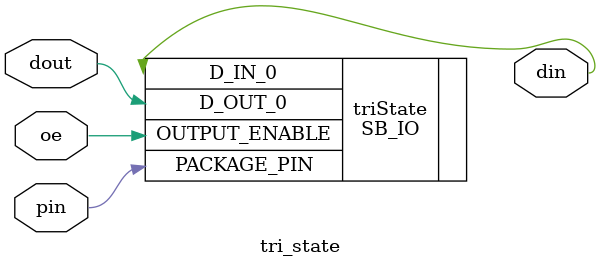
<source format=v>

module tri_state(
	input pin,
 	input oe,
 	input dout,
 	output din
);
	
	//-- modulo triestado
	SB_IO #(
		.PIN_TYPE(6'b1010_01),
		.PULLUP(1'b0)
	) triState (
		.PACKAGE_PIN(pin),
		.OUTPUT_ENABLE(oe),
		.D_OUT_0(dout),
		.D_IN_0(din)
	);
	
endmodule

</source>
